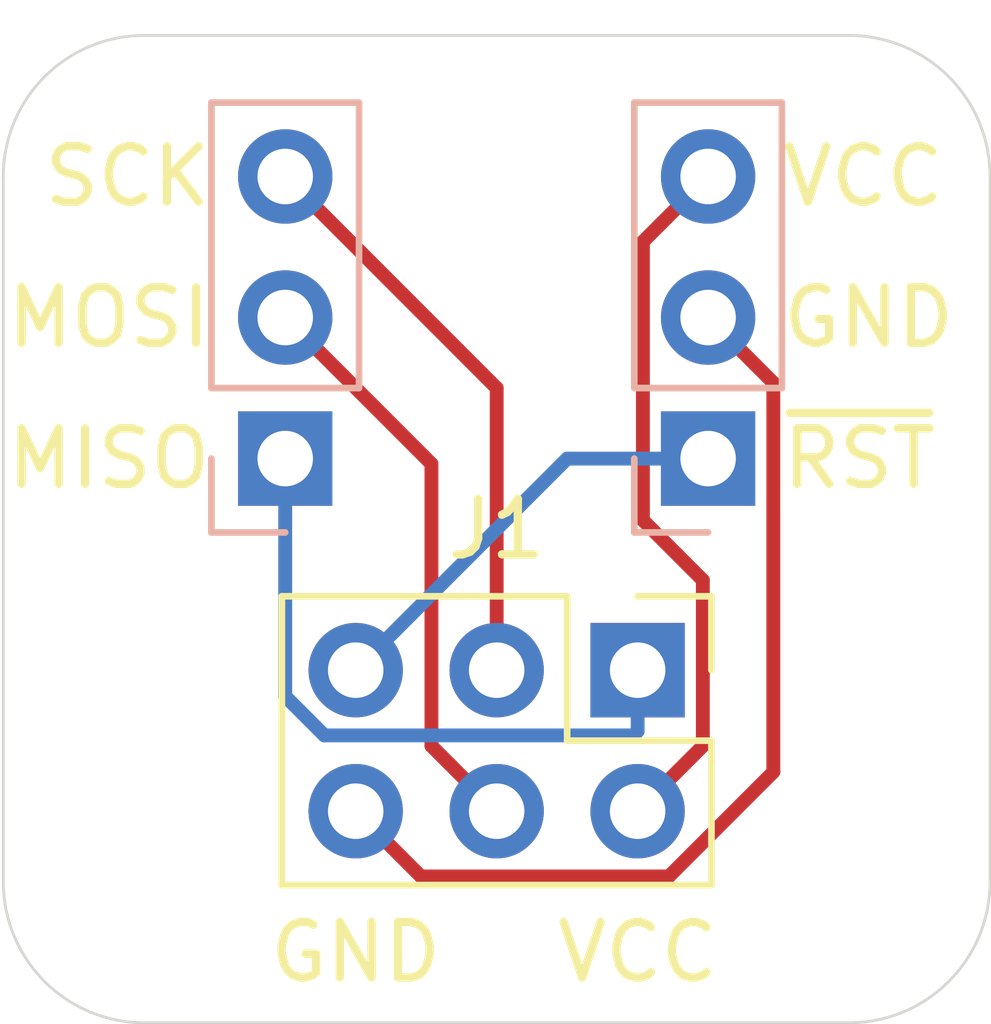
<source format=kicad_pcb>
(kicad_pcb (version 20171130) (host pcbnew "(5.1.5)-3")

  (general
    (thickness 1.6)
    (drawings 16)
    (tracks 25)
    (zones 0)
    (modules 3)
    (nets 7)
  )

  (page A4)
  (layers
    (0 F.Cu signal)
    (31 B.Cu signal)
    (32 B.Adhes user)
    (33 F.Adhes user)
    (34 B.Paste user)
    (35 F.Paste user)
    (36 B.SilkS user)
    (37 F.SilkS user)
    (38 B.Mask user)
    (39 F.Mask user)
    (40 Dwgs.User user)
    (41 Cmts.User user)
    (42 Eco1.User user)
    (43 Eco2.User user)
    (44 Edge.Cuts user)
    (45 Margin user)
    (46 B.CrtYd user)
    (47 F.CrtYd user)
    (48 B.Fab user)
    (49 F.Fab user)
  )

  (setup
    (last_trace_width 0.25)
    (trace_clearance 0.2)
    (zone_clearance 0.508)
    (zone_45_only no)
    (trace_min 0.2)
    (via_size 0.8)
    (via_drill 0.4)
    (via_min_size 0.4)
    (via_min_drill 0.3)
    (uvia_size 0.3)
    (uvia_drill 0.1)
    (uvias_allowed no)
    (uvia_min_size 0.2)
    (uvia_min_drill 0.1)
    (edge_width 0.05)
    (segment_width 0.2)
    (pcb_text_width 0.3)
    (pcb_text_size 1.5 1.5)
    (mod_edge_width 0.12)
    (mod_text_size 1 1)
    (mod_text_width 0.15)
    (pad_size 1.524 1.524)
    (pad_drill 0.762)
    (pad_to_mask_clearance 0.051)
    (solder_mask_min_width 0.25)
    (aux_axis_origin 0 0)
    (visible_elements 7FFFFFFF)
    (pcbplotparams
      (layerselection 0x010fc_ffffffff)
      (usegerberextensions true)
      (usegerberattributes false)
      (usegerberadvancedattributes false)
      (creategerberjobfile false)
      (excludeedgelayer true)
      (linewidth 0.100000)
      (plotframeref false)
      (viasonmask false)
      (mode 1)
      (useauxorigin false)
      (hpglpennumber 1)
      (hpglpenspeed 20)
      (hpglpendiameter 15.000000)
      (psnegative false)
      (psa4output false)
      (plotreference true)
      (plotvalue true)
      (plotinvisibletext false)
      (padsonsilk false)
      (subtractmaskfromsilk false)
      (outputformat 1)
      (mirror false)
      (drillshape 0)
      (scaleselection 1)
      (outputdirectory "gerbers/"))
  )

  (net 0 "")
  (net 1 "Net-(J1-Pad5)")
  (net 2 "Net-(J1-Pad3)")
  (net 3 "Net-(J1-Pad2)")
  (net 4 "Net-(J1-Pad1)")
  (net 5 "Net-(J1-Pad6)")
  (net 6 "Net-(J1-Pad4)")

  (net_class Default "This is the default net class."
    (clearance 0.2)
    (trace_width 0.25)
    (via_dia 0.8)
    (via_drill 0.4)
    (uvia_dia 0.3)
    (uvia_drill 0.1)
    (add_net "Net-(J1-Pad1)")
    (add_net "Net-(J1-Pad2)")
    (add_net "Net-(J1-Pad3)")
    (add_net "Net-(J1-Pad4)")
    (add_net "Net-(J1-Pad5)")
    (add_net "Net-(J1-Pad6)")
  )

  (module Connector_PinHeader_2.54mm:PinHeader_2x03_P2.54mm_Vertical (layer F.Cu) (tedit 59FED5CC) (tstamp 5FB585BD)
    (at 132.08 80.01 270)
    (descr "Through hole straight pin header, 2x03, 2.54mm pitch, double rows")
    (tags "Through hole pin header THT 2x03 2.54mm double row")
    (path /5FC00C07)
    (fp_text reference J1 (at -2.54 2.54 180) (layer F.SilkS)
      (effects (font (size 1 1) (thickness 0.15)))
    )
    (fp_text value AVRISP (at 1.27 7.41 90) (layer F.Fab)
      (effects (font (size 1 1) (thickness 0.15)))
    )
    (fp_text user %R (at 1.27 2.54) (layer F.Fab)
      (effects (font (size 1 1) (thickness 0.15)))
    )
    (fp_line (start 4.35 -1.8) (end -1.8 -1.8) (layer F.CrtYd) (width 0.05))
    (fp_line (start 4.35 6.85) (end 4.35 -1.8) (layer F.CrtYd) (width 0.05))
    (fp_line (start -1.8 6.85) (end 4.35 6.85) (layer F.CrtYd) (width 0.05))
    (fp_line (start -1.8 -1.8) (end -1.8 6.85) (layer F.CrtYd) (width 0.05))
    (fp_line (start -1.33 -1.33) (end 0 -1.33) (layer F.SilkS) (width 0.12))
    (fp_line (start -1.33 0) (end -1.33 -1.33) (layer F.SilkS) (width 0.12))
    (fp_line (start 1.27 -1.33) (end 3.87 -1.33) (layer F.SilkS) (width 0.12))
    (fp_line (start 1.27 1.27) (end 1.27 -1.33) (layer F.SilkS) (width 0.12))
    (fp_line (start -1.33 1.27) (end 1.27 1.27) (layer F.SilkS) (width 0.12))
    (fp_line (start 3.87 -1.33) (end 3.87 6.41) (layer F.SilkS) (width 0.12))
    (fp_line (start -1.33 1.27) (end -1.33 6.41) (layer F.SilkS) (width 0.12))
    (fp_line (start -1.33 6.41) (end 3.87 6.41) (layer F.SilkS) (width 0.12))
    (fp_line (start -1.27 0) (end 0 -1.27) (layer F.Fab) (width 0.1))
    (fp_line (start -1.27 6.35) (end -1.27 0) (layer F.Fab) (width 0.1))
    (fp_line (start 3.81 6.35) (end -1.27 6.35) (layer F.Fab) (width 0.1))
    (fp_line (start 3.81 -1.27) (end 3.81 6.35) (layer F.Fab) (width 0.1))
    (fp_line (start 0 -1.27) (end 3.81 -1.27) (layer F.Fab) (width 0.1))
    (pad 6 thru_hole oval (at 2.54 5.08 270) (size 1.7 1.7) (drill 1) (layers *.Cu *.Mask)
      (net 5 "Net-(J1-Pad6)"))
    (pad 5 thru_hole oval (at 0 5.08 270) (size 1.7 1.7) (drill 1) (layers *.Cu *.Mask)
      (net 1 "Net-(J1-Pad5)"))
    (pad 4 thru_hole oval (at 2.54 2.54 270) (size 1.7 1.7) (drill 1) (layers *.Cu *.Mask)
      (net 6 "Net-(J1-Pad4)"))
    (pad 3 thru_hole oval (at 0 2.54 270) (size 1.7 1.7) (drill 1) (layers *.Cu *.Mask)
      (net 2 "Net-(J1-Pad3)"))
    (pad 2 thru_hole oval (at 2.54 0 270) (size 1.7 1.7) (drill 1) (layers *.Cu *.Mask)
      (net 3 "Net-(J1-Pad2)"))
    (pad 1 thru_hole rect (at 0 0 270) (size 1.7 1.7) (drill 1) (layers *.Cu *.Mask)
      (net 4 "Net-(J1-Pad1)"))
    (model ${KISYS3DMOD}/Connector_PinHeader_2.54mm.3dshapes/PinHeader_2x03_P2.54mm_Vertical.wrl
      (at (xyz 0 0 0))
      (scale (xyz 1 1 1))
      (rotate (xyz 0 0 0))
    )
  )

  (module Connector_PinHeader_2.54mm:PinHeader_1x03_P2.54mm_Vertical (layer B.Cu) (tedit 59FED5CC) (tstamp 5FB58984)
    (at 133.35 76.2)
    (descr "Through hole straight pin header, 1x03, 2.54mm pitch, single row")
    (tags "Through hole pin header THT 1x03 2.54mm single row")
    (path /5FBFB321)
    (fp_text reference J3 (at 0 2.33) (layer B.SilkS) hide
      (effects (font (size 1 1) (thickness 0.15)) (justify mirror))
    )
    (fp_text value Right (at 0 -7.41) (layer B.Fab)
      (effects (font (size 1 1) (thickness 0.15)) (justify mirror))
    )
    (fp_text user %R (at 0 -2.54 -90) (layer B.Fab)
      (effects (font (size 1 1) (thickness 0.15)) (justify mirror))
    )
    (fp_line (start 1.8 1.8) (end -1.8 1.8) (layer B.CrtYd) (width 0.05))
    (fp_line (start 1.8 -6.85) (end 1.8 1.8) (layer B.CrtYd) (width 0.05))
    (fp_line (start -1.8 -6.85) (end 1.8 -6.85) (layer B.CrtYd) (width 0.05))
    (fp_line (start -1.8 1.8) (end -1.8 -6.85) (layer B.CrtYd) (width 0.05))
    (fp_line (start -1.33 1.33) (end 0 1.33) (layer B.SilkS) (width 0.12))
    (fp_line (start -1.33 0) (end -1.33 1.33) (layer B.SilkS) (width 0.12))
    (fp_line (start -1.33 -1.27) (end 1.33 -1.27) (layer B.SilkS) (width 0.12))
    (fp_line (start 1.33 -1.27) (end 1.33 -6.41) (layer B.SilkS) (width 0.12))
    (fp_line (start -1.33 -1.27) (end -1.33 -6.41) (layer B.SilkS) (width 0.12))
    (fp_line (start -1.33 -6.41) (end 1.33 -6.41) (layer B.SilkS) (width 0.12))
    (fp_line (start -1.27 0.635) (end -0.635 1.27) (layer B.Fab) (width 0.1))
    (fp_line (start -1.27 -6.35) (end -1.27 0.635) (layer B.Fab) (width 0.1))
    (fp_line (start 1.27 -6.35) (end -1.27 -6.35) (layer B.Fab) (width 0.1))
    (fp_line (start 1.27 1.27) (end 1.27 -6.35) (layer B.Fab) (width 0.1))
    (fp_line (start -0.635 1.27) (end 1.27 1.27) (layer B.Fab) (width 0.1))
    (pad 3 thru_hole oval (at 0 -5.08) (size 1.7 1.7) (drill 1) (layers *.Cu *.Mask)
      (net 3 "Net-(J1-Pad2)"))
    (pad 2 thru_hole oval (at 0 -2.54) (size 1.7 1.7) (drill 1) (layers *.Cu *.Mask)
      (net 5 "Net-(J1-Pad6)"))
    (pad 1 thru_hole rect (at 0 0) (size 1.7 1.7) (drill 1) (layers *.Cu *.Mask)
      (net 1 "Net-(J1-Pad5)"))
    (model ${KISYS3DMOD}/Connector_PinHeader_2.54mm.3dshapes/PinHeader_1x03_P2.54mm_Vertical.wrl
      (at (xyz 0 0 0))
      (scale (xyz 1 1 1))
      (rotate (xyz 0 0 0))
    )
  )

  (module Connector_PinHeader_2.54mm:PinHeader_1x03_P2.54mm_Vertical (layer B.Cu) (tedit 59FED5CC) (tstamp 5FB57184)
    (at 125.73 76.2)
    (descr "Through hole straight pin header, 1x03, 2.54mm pitch, single row")
    (tags "Through hole pin header THT 1x03 2.54mm single row")
    (path /5FBFAE54)
    (fp_text reference J2 (at 0 2.33) (layer B.SilkS) hide
      (effects (font (size 1 1) (thickness 0.15)) (justify mirror))
    )
    (fp_text value Left (at 0 -7.41) (layer B.Fab)
      (effects (font (size 1 1) (thickness 0.15)) (justify mirror))
    )
    (fp_text user %R (at 0 -2.54 -90) (layer B.Fab)
      (effects (font (size 1 1) (thickness 0.15)) (justify mirror))
    )
    (fp_line (start 1.8 1.8) (end -1.8 1.8) (layer B.CrtYd) (width 0.05))
    (fp_line (start 1.8 -6.85) (end 1.8 1.8) (layer B.CrtYd) (width 0.05))
    (fp_line (start -1.8 -6.85) (end 1.8 -6.85) (layer B.CrtYd) (width 0.05))
    (fp_line (start -1.8 1.8) (end -1.8 -6.85) (layer B.CrtYd) (width 0.05))
    (fp_line (start -1.33 1.33) (end 0 1.33) (layer B.SilkS) (width 0.12))
    (fp_line (start -1.33 0) (end -1.33 1.33) (layer B.SilkS) (width 0.12))
    (fp_line (start -1.33 -1.27) (end 1.33 -1.27) (layer B.SilkS) (width 0.12))
    (fp_line (start 1.33 -1.27) (end 1.33 -6.41) (layer B.SilkS) (width 0.12))
    (fp_line (start -1.33 -1.27) (end -1.33 -6.41) (layer B.SilkS) (width 0.12))
    (fp_line (start -1.33 -6.41) (end 1.33 -6.41) (layer B.SilkS) (width 0.12))
    (fp_line (start -1.27 0.635) (end -0.635 1.27) (layer B.Fab) (width 0.1))
    (fp_line (start -1.27 -6.35) (end -1.27 0.635) (layer B.Fab) (width 0.1))
    (fp_line (start 1.27 -6.35) (end -1.27 -6.35) (layer B.Fab) (width 0.1))
    (fp_line (start 1.27 1.27) (end 1.27 -6.35) (layer B.Fab) (width 0.1))
    (fp_line (start -0.635 1.27) (end 1.27 1.27) (layer B.Fab) (width 0.1))
    (pad 3 thru_hole oval (at 0 -5.08) (size 1.7 1.7) (drill 1) (layers *.Cu *.Mask)
      (net 2 "Net-(J1-Pad3)"))
    (pad 2 thru_hole oval (at 0 -2.54) (size 1.7 1.7) (drill 1) (layers *.Cu *.Mask)
      (net 6 "Net-(J1-Pad4)"))
    (pad 1 thru_hole rect (at 0 0) (size 1.7 1.7) (drill 1) (layers *.Cu *.Mask)
      (net 4 "Net-(J1-Pad1)"))
    (model ${KISYS3DMOD}/Connector_PinHeader_2.54mm.3dshapes/PinHeader_1x03_P2.54mm_Vertical.wrl
      (at (xyz 0 0 0))
      (scale (xyz 1 1 1))
      (rotate (xyz 0 0 0))
    )
  )

  (gr_text GND (at 127 85.09) (layer F.SilkS)
    (effects (font (size 1 1) (thickness 0.15)))
  )
  (gr_text VCC (at 132.08 85.09) (layer F.SilkS)
    (effects (font (size 1 1) (thickness 0.15)))
  )
  (gr_arc (start 135.89 83.82) (end 135.89 86.36) (angle -90) (layer Edge.Cuts) (width 0.05))
  (gr_arc (start 123.19 83.82) (end 120.65 83.82) (angle -90) (layer Edge.Cuts) (width 0.05))
  (gr_arc (start 123.19 71.12) (end 123.19 68.58) (angle -90) (layer Edge.Cuts) (width 0.05))
  (gr_arc (start 135.89 71.12) (end 138.43 71.12) (angle -90) (layer Edge.Cuts) (width 0.05))
  (gr_line (start 135.89 68.58) (end 123.19 68.58) (layer Edge.Cuts) (width 0.05))
  (gr_line (start 138.43 83.82) (end 138.43 71.12) (layer Edge.Cuts) (width 0.05))
  (gr_line (start 123.19 86.36) (end 135.89 86.36) (layer Edge.Cuts) (width 0.05))
  (gr_line (start 120.65 71.12) (end 120.65 83.82) (layer Edge.Cuts) (width 0.05))
  (gr_text ~RST (at 134.62 76.2) (layer F.SilkS)
    (effects (font (size 1 1) (thickness 0.15)) (justify left))
  )
  (gr_text GND (at 134.62 73.66) (layer F.SilkS) (tstamp 5FB575BF)
    (effects (font (size 1 1) (thickness 0.15)) (justify left))
  )
  (gr_text VCC (at 134.62 71.12) (layer F.SilkS)
    (effects (font (size 1 1) (thickness 0.15)) (justify left))
  )
  (gr_text MISO (at 124.46 76.2) (layer F.SilkS)
    (effects (font (size 1 1) (thickness 0.15)) (justify right))
  )
  (gr_text MOSI (at 124.46 73.66) (layer F.SilkS)
    (effects (font (size 1 1) (thickness 0.15)) (justify right))
  )
  (gr_text SCK (at 124.46 71.12) (layer F.SilkS) (tstamp 5FB583DD)
    (effects (font (size 1 1) (thickness 0.15)) (justify right))
  )

  (segment (start 130.81 76.2) (end 133.35 76.2) (width 0.25) (layer B.Cu) (net 1))
  (segment (start 127 80.01) (end 130.81 76.2) (width 0.25) (layer B.Cu) (net 1))
  (segment (start 129.54 74.93) (end 129.54 80.01) (width 0.25) (layer F.Cu) (net 2))
  (segment (start 125.73 71.12) (end 129.54 74.93) (width 0.25) (layer F.Cu) (net 2))
  (segment (start 132.500001 71.969999) (end 133.35 71.12) (width 0.25) (layer F.Cu) (net 3))
  (segment (start 132.174999 72.295001) (end 132.500001 71.969999) (width 0.25) (layer F.Cu) (net 3))
  (segment (start 132.174999 77.310001) (end 132.174999 72.295001) (width 0.25) (layer F.Cu) (net 3))
  (segment (start 133.255001 78.390003) (end 132.174999 77.310001) (width 0.25) (layer F.Cu) (net 3))
  (segment (start 133.255001 81.374999) (end 133.255001 78.390003) (width 0.25) (layer F.Cu) (net 3))
  (segment (start 132.08 82.55) (end 133.255001 81.374999) (width 0.25) (layer F.Cu) (net 3))
  (segment (start 132.004999 81.185001) (end 132.08 81.11) (width 0.25) (layer B.Cu) (net 4))
  (segment (start 126.435999 81.185001) (end 132.004999 81.185001) (width 0.25) (layer B.Cu) (net 4))
  (segment (start 132.08 81.11) (end 132.08 80.01) (width 0.25) (layer B.Cu) (net 4))
  (segment (start 125.73 80.479002) (end 126.435999 81.185001) (width 0.25) (layer B.Cu) (net 4))
  (segment (start 125.73 76.2) (end 125.73 80.479002) (width 0.25) (layer B.Cu) (net 4))
  (segment (start 134.199999 74.509999) (end 133.35 73.66) (width 0.25) (layer F.Cu) (net 5))
  (segment (start 134.525001 74.835001) (end 134.199999 74.509999) (width 0.25) (layer F.Cu) (net 5))
  (segment (start 134.525001 81.844001) (end 134.525001 74.835001) (width 0.25) (layer F.Cu) (net 5))
  (segment (start 132.644001 83.725001) (end 134.525001 81.844001) (width 0.25) (layer F.Cu) (net 5))
  (segment (start 128.175001 83.725001) (end 132.644001 83.725001) (width 0.25) (layer F.Cu) (net 5))
  (segment (start 127 82.55) (end 128.175001 83.725001) (width 0.25) (layer F.Cu) (net 5))
  (segment (start 128.690001 81.700001) (end 129.54 82.55) (width 0.25) (layer F.Cu) (net 6))
  (segment (start 128.364999 81.374999) (end 128.690001 81.700001) (width 0.25) (layer F.Cu) (net 6))
  (segment (start 128.364999 76.294999) (end 128.364999 81.374999) (width 0.25) (layer F.Cu) (net 6))
  (segment (start 125.73 73.66) (end 128.364999 76.294999) (width 0.25) (layer F.Cu) (net 6))

)

</source>
